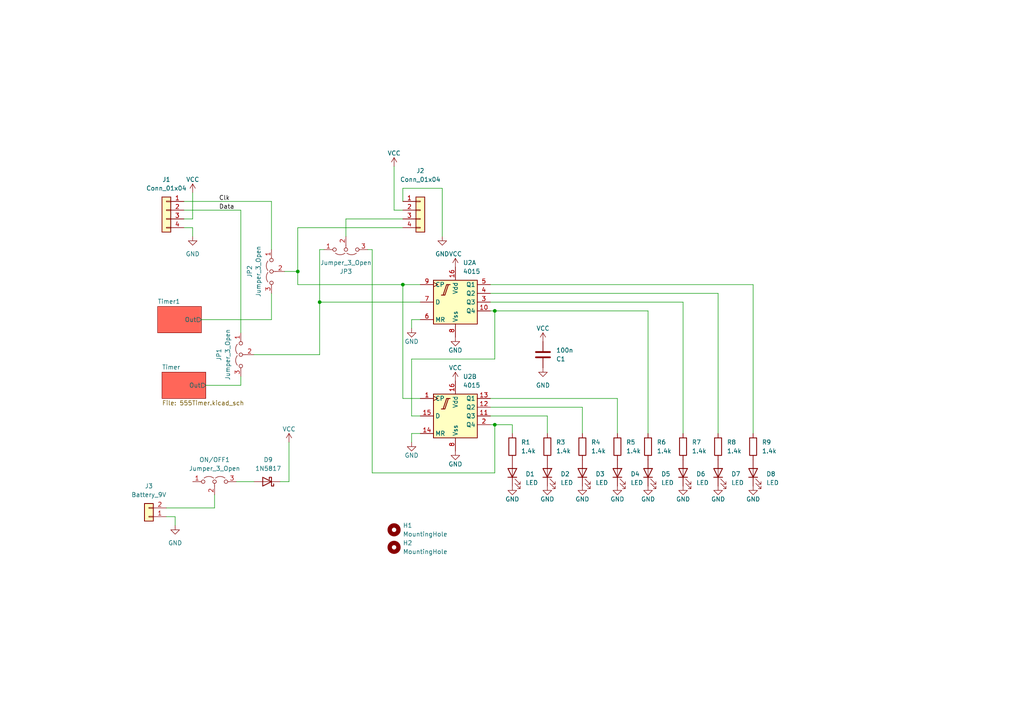
<source format=kicad_sch>
(kicad_sch (version 20230121) (generator eeschema)
  (paper "A4")
  (lib_symbols
    (symbol "4xxx_IEEE:4015"
      (property "Reference" "U" (at 5.08 7.62 0))
      (property "Value" "4015" (at 6.35 -7.62 0))
      (symbol "4015_0_1"
        (polyline (pts (xy -4.064 2.032) (xy -3.048 2.032) (xy -2.032 5.08) (xy -1.524 5.08) (xy -2.54 5.08) (xy -3.556 2.032) (xy -3.556 2.032)) (stroke (width 0.254)) (fill (type background)))
        (rectangle (start 6.35 6.35) (end -6.35 -6.35) (stroke (width 0.254)) (fill (type background)))
        (pin power_in line (at 0 10.16 270) (length 3.81) (name "Vdd") (number "16"))
        (pin power_in line (at 0 -10.16 90) (length 3.81) (name "Vss") (number "8"))
      )
      (symbol "4015_1_1"
        (pin output line (at 10.16 -2.54 180) (length 3.81) (name "Q4") (number "10"))
        (pin output line (at 10.16 0 180) (length 3.81) (name "Q3") (number "3"))
        (pin output line (at 10.16 2.54 180) (length 3.81) (name "Q2") (number "4"))
        (pin output line (at 10.16 5.08 180) (length 3.81) (name "Q1") (number "5"))
        (pin input line (at -10.16 -5.08 0) (length 3.81) (name "MR") (number "6"))
        (pin input line (at -10.16 0 0) (length 3.81) (name "D") (number "7"))
        (pin input clock (at -10.16 5.08 0) (length 3.81) (name "CP") (number "9"))
      )
      (symbol "4015_2_1"
        (pin input clock (at -10.16 5.08 0) (length 3.81) (name "CP") (number "1"))
        (pin output line (at 10.16 0 180) (length 3.81) (name "Q3") (number "11"))
        (pin output line (at 10.16 2.54 180) (length 3.81) (name "Q2") (number "12"))
        (pin output line (at 10.16 5.08 180) (length 3.81) (name "Q1") (number "13"))
        (pin input line (at -10.16 -5.08 0) (length 3.81) (name "MR") (number "14"))
        (pin input line (at -10.16 0 0) (length 3.81) (name "D") (number "15"))
        (pin output line (at 10.16 -2.54 180) (length 3.81) (name "Q4") (number "2"))
      )
    )
    (symbol "Connector_Generic:Conn_01x02" (pin_names (offset 1.016) hide)
      (property "Reference" "J" (at 0 2.54 0))
      (property "Value" "Conn_01x02" (at 0 -5.08 0))
      (symbol "Conn_01x02_1_1"
        (rectangle (start -1.27 -2.413) (end 0 -2.667) (stroke (width 0.1524)))
        (rectangle (start -1.27 0.127) (end 0 -0.127) (stroke (width 0.1524)))
        (rectangle (start -1.27 1.27) (end 1.27 -3.81) (stroke (width 0.254)) (fill (type background)))
        (pin passive line (at -5.08 0 0) (length 3.81) (name "Pin_1") (number "1"))
        (pin passive line (at -5.08 -2.54 0) (length 3.81) (name "Pin_2") (number "2"))
      )
    )
    (symbol "Connector_Generic:Conn_01x04" (pin_names (offset 1.016) hide)
      (property "Reference" "J" (at 0 5.08 0))
      (property "Value" "Conn_01x04" (at 0 -7.62 0))
      (symbol "Conn_01x04_1_1"
        (rectangle (start -1.27 -4.953) (end 0 -5.207) (stroke (width 0.1524)))
        (rectangle (start -1.27 -2.413) (end 0 -2.667) (stroke (width 0.1524)))
        (rectangle (start -1.27 0.127) (end 0 -0.127) (stroke (width 0.1524)))
        (rectangle (start -1.27 2.667) (end 0 2.413) (stroke (width 0.1524)))
        (rectangle (start -1.27 3.81) (end 1.27 -6.35) (stroke (width 0.254)) (fill (type background)))
        (pin passive line (at -5.08 2.54 0) (length 3.81) (name "Pin_1") (number "1"))
        (pin passive line (at -5.08 0 0) (length 3.81) (name "Pin_2") (number "2"))
        (pin passive line (at -5.08 -2.54 0) (length 3.81) (name "Pin_3") (number "3"))
        (pin passive line (at -5.08 -5.08 0) (length 3.81) (name "Pin_4") (number "4"))
      )
    )
    (symbol "Device:C" (pin_numbers hide) (pin_names (offset 0.254))
      (property "Reference" "C" (at 0.635 2.54 0))
      (property "Value" "C" (at 0.635 -2.54 0))
      (symbol "C_0_1"
        (polyline (pts (xy -2.032 -0.762) (xy 2.032 -0.762)) (stroke (width 0.508)))
        (polyline (pts (xy -2.032 0.762) (xy 2.032 0.762)) (stroke (width 0.508)))
      )
      (symbol "C_1_1"
        (pin passive line (at 0 3.81 270) (length 2.794) (name "~") (number "1"))
        (pin passive line (at 0 -3.81 90) (length 2.794) (name "~") (number "2"))
      )
    )
    (symbol "Device:LED" (pin_numbers hide) (pin_names (offset 1.016) hide)
      (property "Reference" "D" (at 0 2.54 0))
      (property "Value" "LED" (at 0 -2.54 0))
      (symbol "LED_0_1"
        (polyline (pts (xy -1.27 -1.27) (xy -1.27 1.27)) (stroke (width 0.254)))
        (polyline (pts (xy -1.27 0) (xy 1.27 0)))
        (polyline (pts (xy 1.27 -1.27) (xy 1.27 1.27) (xy -1.27 0) (xy 1.27 -1.27)) (stroke (width 0.254)))
        (polyline (pts (xy -3.048 -0.762) (xy -4.572 -2.286) (xy -3.81 -2.286) (xy -4.572 -2.286) (xy -4.572 -1.524)))
        (polyline (pts (xy -1.778 -0.762) (xy -3.302 -2.286) (xy -2.54 -2.286) (xy -3.302 -2.286) (xy -3.302 -1.524)))
      )
      (symbol "LED_1_1"
        (pin passive line (at -3.81 0 0) (length 2.54) (name "K") (number "1"))
        (pin passive line (at 3.81 0 180) (length 2.54) (name "A") (number "2"))
      )
    )
    (symbol "Device:R" (pin_numbers hide) (pin_names (offset 0))
      (property "Reference" "R" (at 2.032 0 90))
      (property "Value" "R" (at 0 0 90))
      (symbol "R_0_1"
        (rectangle (start -1.016 -2.54) (end 1.016 2.54) (stroke (width 0.254)))
      )
      (symbol "R_1_1"
        (pin passive line (at 0 3.81 270) (length 1.27) (name "~") (number "1"))
        (pin passive line (at 0 -3.81 90) (length 1.27) (name "~") (number "2"))
      )
    )
    (symbol "Diode:1N5817" (pin_numbers hide) (pin_names (offset 1.016) hide)
      (property "Reference" "D" (at 0 2.54 0))
      (property "Value" "1N5817" (at 0 -2.54 0))
      (symbol "1N5817_0_1"
        (polyline (pts (xy 1.27 0) (xy -1.27 0)))
        (polyline (pts (xy 1.27 1.27) (xy 1.27 -1.27) (xy -1.27 0) (xy 1.27 1.27)) (stroke (width 0.254)))
        (polyline (pts (xy -1.905 0.635) (xy -1.905 1.27) (xy -1.27 1.27) (xy -1.27 -1.27) (xy -0.635 -1.27) (xy -0.635 -0.635)) (stroke (width 0.254)))
      )
      (symbol "1N5817_1_1"
        (pin passive line (at -3.81 0 0) (length 2.54) (name "K") (number "1"))
        (pin passive line (at 3.81 0 180) (length 2.54) (name "A") (number "2"))
      )
    )
    (symbol "Jumper:Jumper_3_Open" (pin_names (offset 0) hide)
      (property "Reference" "JP" (at -2.54 -2.54 0))
      (property "Value" "Jumper_3_Open" (at 0 2.794 0))
      (symbol "Jumper_3_Open_0_0"
        (circle (center -3.302 0) (radius 0.508))
        (circle (center 0 0) (radius 0.508))
        (circle (center 3.302 0) (radius 0.508))
      )
      (symbol "Jumper_3_Open_0_1"
        (arc (start -0.254 1.016) (mid -1.651 1.4992) (end -3.048 1.016))
        (polyline (pts (xy 0 -0.508) (xy 0 -1.27)))
        (arc (start 3.048 1.016) (mid 1.651 1.4992) (end 0.254 1.016))
      )
      (symbol "Jumper_3_Open_1_1"
        (pin passive line (at -6.35 0 0) (length 2.54) (name "A") (number "1"))
        (pin passive line (at 0 -3.81 90) (length 2.54) (name "C") (number "2"))
        (pin passive line (at 6.35 0 180) (length 2.54) (name "B") (number "3"))
      )
    )
    (symbol "Mechanical:MountingHole" (pin_names (offset 1.016))
      (property "Reference" "H" (at 0 5.08 0))
      (property "Value" "MountingHole" (at 0 3.175 0))
      (symbol "MountingHole_0_1"
        (circle (center 0 0) (radius 1.27) (stroke (width 1.27)))
      )
    )
    (symbol "power:GND" (power) (pin_names (offset 0))
      (property "Value" "GND" (at 0 -3.81 0))
      (symbol "GND_0_1"
        (polyline (pts (xy 0 0) (xy 0 -1.27) (xy 1.27 -1.27) (xy 0 -2.54) (xy -1.27 -1.27) (xy 0 -1.27)))
      )
      (symbol "GND_1_1"
        (pin power_in line (at 0 0 270) (length 0) hide (name "GND") (number "1"))
      )
    )
    (symbol "power:VCC" (power) (pin_names (offset 0))
      (property "Value" "VCC" (at 0 3.81 0))
      (symbol "VCC_0_1"
        (polyline (pts (xy -0.762 1.27) (xy 0 2.54)))
        (polyline (pts (xy 0 0) (xy 0 2.54)))
        (polyline (pts (xy 0 2.54) (xy 0.762 1.27)))
      )
      (symbol "VCC_1_1"
        (pin power_in line (at 0 0 90) (length 0) hide (name "VCC") (number "1"))
      )
    )
  )
  (junction (at 116.84 82.55))
  (junction (at 86.36 78.74))
  (junction (at 92.71 87.63))
  (junction (at 143.51 90.17))
  (junction (at 143.51 123.19))
  (wire (pts (xy 48.26 149.86) (xy 50.8 149.86)))
  (wire (pts (xy 69.85 111.76) (xy 69.85 109.22)))
  (wire (pts (xy 142.24 115.57) (xy 179.07 115.57)))
  (wire (pts (xy 59.69 111.76) (xy 69.85 111.76)))
  (wire (pts (xy 119.38 120.65) (xy 121.92 120.65)))
  (wire (pts (xy 78.74 58.42) (xy 78.74 72.39)))
  (wire (pts (xy 116.84 115.57) (xy 121.92 115.57)))
  (wire (pts (xy 119.38 125.73) (xy 121.92 125.73)))
  (wire (pts (xy 116.84 66.04) (xy 86.36 66.04)))
  (wire (pts (xy 100.33 63.5) (xy 116.84 63.5)))
  (wire (pts (xy 86.36 82.55) (xy 116.84 82.55)))
  (wire (pts (xy 142.24 90.17) (xy 143.51 90.17)))
  (wire (pts (xy 107.95 72.39) (xy 106.68 72.39)))
  (wire (pts (xy 119.38 95.25) (xy 119.38 92.71)))
  (wire (pts (xy 114.3 60.96) (xy 116.84 60.96)))
  (wire (pts (xy 143.51 123.19) (xy 143.51 137.16)))
  (wire (pts (xy 107.95 137.16) (xy 107.95 72.39)))
  (wire (pts (xy 116.84 82.55) (xy 116.84 115.57)))
  (wire (pts (xy 81.28 139.7) (xy 83.82 139.7)))
  (wire (pts (xy 142.24 85.09) (xy 208.28 85.09)))
  (wire (pts (xy 100.33 68.58) (xy 100.33 63.5)))
  (wire (pts (xy 86.36 78.74) (xy 86.36 82.55)))
  (wire (pts (xy 119.38 104.14) (xy 119.38 120.65)))
  (wire (pts (xy 82.55 78.74) (xy 86.36 78.74)))
  (wire (pts (xy 179.07 125.73) (xy 179.07 115.57)))
  (wire (pts (xy 78.74 92.71) (xy 78.74 85.09)))
  (wire (pts (xy 168.91 118.11) (xy 168.91 125.73)))
  (wire (pts (xy 142.24 120.65) (xy 158.75 120.65)))
  (wire (pts (xy 128.27 68.58) (xy 128.27 54.61)))
  (wire (pts (xy 53.34 60.96) (xy 69.85 60.96)))
  (wire (pts (xy 143.51 90.17) (xy 187.96 90.17)))
  (wire (pts (xy 142.24 118.11) (xy 168.91 118.11)))
  (wire (pts (xy 218.44 125.73) (xy 218.44 82.55)))
  (wire (pts (xy 148.59 123.19) (xy 148.59 125.73)))
  (wire (pts (xy 142.24 87.63) (xy 198.12 87.63)))
  (wire (pts (xy 62.23 147.32) (xy 62.23 143.51)))
  (wire (pts (xy 55.88 66.04) (xy 53.34 66.04)))
  (wire (pts (xy 142.24 123.19) (xy 143.51 123.19)))
  (wire (pts (xy 68.58 139.7) (xy 73.66 139.7)))
  (wire (pts (xy 198.12 125.73) (xy 198.12 87.63)))
  (wire (pts (xy 116.84 54.61) (xy 116.84 58.42)))
  (wire (pts (xy 119.38 128.27) (xy 119.38 125.73)))
  (wire (pts (xy 55.88 68.58) (xy 55.88 66.04)))
  (wire (pts (xy 143.51 90.17) (xy 143.51 104.14)))
  (wire (pts (xy 50.8 149.86) (xy 50.8 152.4)))
  (wire (pts (xy 92.71 102.87) (xy 92.71 87.63)))
  (wire (pts (xy 208.28 125.73) (xy 208.28 85.09)))
  (wire (pts (xy 92.71 87.63) (xy 121.92 87.63)))
  (wire (pts (xy 86.36 66.04) (xy 86.36 78.74)))
  (wire (pts (xy 83.82 139.7) (xy 83.82 128.27)))
  (wire (pts (xy 158.75 120.65) (xy 158.75 125.73)))
  (wire (pts (xy 143.51 123.19) (xy 148.59 123.19)))
  (wire (pts (xy 187.96 125.73) (xy 187.96 90.17)))
  (wire (pts (xy 58.42 92.71) (xy 78.74 92.71)))
  (wire (pts (xy 142.24 82.55) (xy 218.44 82.55)))
  (wire (pts (xy 143.51 104.14) (xy 119.38 104.14)))
  (wire (pts (xy 92.71 72.39) (xy 92.71 87.63)))
  (wire (pts (xy 48.26 147.32) (xy 62.23 147.32)))
  (wire (pts (xy 107.95 137.16) (xy 143.51 137.16)))
  (wire (pts (xy 73.66 102.87) (xy 92.71 102.87)))
  (wire (pts (xy 55.88 55.88) (xy 55.88 63.5)))
  (wire (pts (xy 69.85 60.96) (xy 69.85 96.52)))
  (wire (pts (xy 121.92 82.55) (xy 116.84 82.55)))
  (wire (pts (xy 114.3 48.26) (xy 114.3 60.96)))
  (wire (pts (xy 119.38 92.71) (xy 121.92 92.71)))
  (wire (pts (xy 55.88 63.5) (xy 53.34 63.5)))
  (wire (pts (xy 53.34 58.42) (xy 78.74 58.42)))
  (wire (pts (xy 92.71 72.39) (xy 93.98 72.39)))
  (wire (pts (xy 128.27 54.61) (xy 116.84 54.61)))
  (label "Data" (at 63.5 60.96 0))
  (label "Clk" (at 63.5 58.42 0))
  (symbol (lib_id "Device:R") (at 198.12 129.54 0) (unit 1)
    (property "Reference" "R7" (at 200.66 128.27 0) (effects (justify left)))
    (property "Value" "1.4k" (at 200.66 130.81 0) (effects (justify left)))
    (property "Footprint" "Resistor_THT:R_Axial_DIN0207_L6.3mm_D2.5mm_P7.62mm_Horizontal" (effects hide))
  )
  (symbol (lib_id "Device:C") (at 157.48 102.87 0) (mirror x) (unit 1)
    (property "Reference" "C1" (at 161.29 104.14 0) (effects (justify left)))
    (property "Value" "100n" (at 161.29 101.6 0) (effects (justify left)))
    (property "Footprint" "Capacitor_THT:C_Disc_D5.0mm_W2.5mm_P5.00mm" (effects hide))
  )
  (symbol (lib_id "Device:LED") (at 148.59 137.16 90) (unit 1)
    (property "Reference" "D1" (at 152.4 137.4775 90) (effects (justify right)))
    (property "Value" "LED" (at 152.4 140.0175 90) (effects (justify right)))
    (property "Footprint" "LED_THT:LED_D5.0mm" (effects hide))
  )
  (symbol (lib_id "power:GND") (at 218.44 140.97 0) (unit 1)
    (property "Reference" "#PWR018" (effects hide))
    (property "Value" "GND" (at 218.44 144.78 0))
  )
  (symbol (lib_id "power:GND") (at 157.48 106.68 0) (unit 1)
    (property "Reference" "#PWR03" (effects hide))
    (property "Value" "GND" (at 157.48 111.76 0))
  )
  (symbol (lib_id "Mechanical:MountingHole") (at 114.3 153.67 0) (unit 1)
    (property "Reference" "H1" (at 116.84 152.4 0) (effects (justify left)))
    (property "Value" "MountingHole" (at 116.84 154.94 0) (effects (justify left)))
    (property "Footprint" "MountingHole:MountingHole_2.2mm_M2" (effects hide))
  )
  (symbol (lib_id "power:VCC") (at 157.48 99.06 0) (unit 1)
    (property "Reference" "#PWR01" (effects hide))
    (property "Value" "VCC" (at 157.48 95.25 0))
  )
  (symbol (lib_id "Device:R") (at 148.59 129.54 0) (unit 1)
    (property "Reference" "R1" (at 151.13 128.27 0) (effects (justify left)))
    (property "Value" "1.4k" (at 151.13 130.81 0) (effects (justify left)))
    (property "Footprint" "Resistor_THT:R_Axial_DIN0207_L6.3mm_D2.5mm_P7.62mm_Horizontal" (effects hide))
  )
  (symbol (lib_id "power:GND") (at 132.08 97.79 0) (unit 1)
    (property "Reference" "#PWR017" (effects hide))
    (property "Value" "GND" (at 132.08 101.6 0))
  )
  (symbol (lib_id "Device:R") (at 218.44 129.54 0) (unit 1)
    (property "Reference" "R9" (at 220.98 128.27 0) (effects (justify left)))
    (property "Value" "1.4k" (at 220.98 130.81 0) (effects (justify left)))
    (property "Footprint" "Resistor_THT:R_Axial_DIN0207_L6.3mm_D2.5mm_P7.62mm_Horizontal" (effects hide))
  )
  (symbol (lib_id "power:VCC") (at 55.88 55.88 0) (unit 1)
    (property "Reference" "#PWR031" (effects hide))
    (property "Value" "VCC" (at 55.88 52.07 0))
  )
  (symbol (lib_id "4xxx_IEEE:4015") (at 132.08 120.65 0) (unit 2)
    (property "Reference" "U2" (at 134.2741 109.22 0) (effects (justify left)))
    (property "Value" "4015" (at 134.2741 111.76 0) (effects (justify left)))
    (property "Footprint" "Package_DIP:DIP-16_W7.62mm_LongPads" (effects hide))
  )
  (symbol (lib_id "power:GND") (at 50.8 152.4 0) (unit 1)
    (property "Reference" "#PWR028" (effects hide))
    (property "Value" "GND" (at 50.8 157.48 0))
  )
  (symbol (lib_id "power:GND") (at 119.38 95.25 0) (unit 1)
    (property "Reference" "#PWR034" (effects hide))
    (property "Value" "GND" (at 119.38 99.06 0))
  )
  (symbol (lib_id "Device:LED") (at 158.75 137.16 90) (unit 1)
    (property "Reference" "D2" (at 162.56 137.4775 90) (effects (justify right)))
    (property "Value" "LED" (at 162.56 140.0175 90) (effects (justify right)))
    (property "Footprint" "LED_THT:LED_D5.0mm" (effects hide))
  )
  (symbol (lib_id "power:VCC") (at 132.08 110.49 0) (unit 1)
    (property "Reference" "#PWR033" (effects hide))
    (property "Value" "VCC" (at 132.08 106.68 0))
  )
  (symbol (lib_id "Device:LED") (at 187.96 137.16 90) (unit 1)
    (property "Reference" "D5" (at 191.77 137.4775 90) (effects (justify right)))
    (property "Value" "LED" (at 191.77 140.0175 90) (effects (justify right)))
    (property "Footprint" "LED_THT:LED_D5.0mm" (effects hide))
  )
  (symbol (lib_id "Device:R") (at 168.91 129.54 0) (unit 1)
    (property "Reference" "R4" (at 171.45 128.27 0) (effects (justify left)))
    (property "Value" "1.4k" (at 171.45 130.81 0) (effects (justify left)))
    (property "Footprint" "Resistor_THT:R_Axial_DIN0207_L6.3mm_D2.5mm_P7.62mm_Horizontal" (effects hide))
  )
  (symbol (lib_id "Device:R") (at 179.07 129.54 0) (unit 1)
    (property "Reference" "R5" (at 181.61 128.27 0) (effects (justify left)))
    (property "Value" "1.4k" (at 181.61 130.81 0) (effects (justify left)))
    (property "Footprint" "Resistor_THT:R_Axial_DIN0207_L6.3mm_D2.5mm_P7.62mm_Horizontal" (effects hide))
  )
  (symbol (lib_id "Device:LED") (at 179.07 137.16 90) (unit 1)
    (property "Reference" "D4" (at 182.88 137.4775 90) (effects (justify right)))
    (property "Value" "LED" (at 182.88 140.0175 90) (effects (justify right)))
    (property "Footprint" "LED_THT:LED_D5.0mm" (effects hide))
  )
  (symbol (lib_id "Device:LED") (at 198.12 137.16 90) (unit 1)
    (property "Reference" "D6" (at 201.93 137.4775 90) (effects (justify right)))
    (property "Value" "LED" (at 201.93 140.0175 90) (effects (justify right)))
    (property "Footprint" "LED_THT:LED_D5.0mm" (effects hide))
  )
  (symbol (lib_id "power:GND") (at 158.75 140.97 0) (unit 1)
    (property "Reference" "#PWR024" (effects hide))
    (property "Value" "GND" (at 158.75 144.78 0))
  )
  (symbol (lib_id "Jumper:Jumper_3_Open") (at 100.33 72.39 0) (mirror x) (unit 1)
    (property "Reference" "JP3" (at 100.33 78.74 0))
    (property "Value" "Jumper_3_Open" (at 100.33 76.2 0))
    (property "Footprint" "Connector_PinHeader_2.54mm:PinHeader_1x03_P2.54mm_Vertical" (effects hide))
  )
  (symbol (lib_id "Device:LED") (at 168.91 137.16 90) (unit 1)
    (property "Reference" "D3" (at 172.72 137.4775 90) (effects (justify right)))
    (property "Value" "LED" (at 172.72 140.0175 90) (effects (justify right)))
    (property "Footprint" "LED_THT:LED_D5.0mm" (effects hide))
  )
  (symbol (lib_id "Connector_Generic:Conn_01x04") (at 48.26 60.96 0) (mirror y) (unit 1)
    (property "Reference" "J1" (at 48.26 52.07 0))
    (property "Value" "Conn_01x04" (at 48.26 54.61 0))
    (property "Footprint" "Connector_JST:JST_XH_S4B-XH-A_1x04_P2.50mm_Horizontal" (effects hide))
  )
  (symbol (lib_id "power:VCC") (at 132.08 77.47 0) (unit 1)
    (property "Reference" "#PWR05" (effects hide))
    (property "Value" "VCC" (at 132.08 73.66 0))
  )
  (symbol (lib_id "power:GND") (at 187.96 140.97 0) (unit 1)
    (property "Reference" "#PWR021" (effects hide))
    (property "Value" "GND" (at 187.96 144.78 0))
  )
  (symbol (lib_id "power:GND") (at 198.12 140.97 0) (unit 1)
    (property "Reference" "#PWR020" (effects hide))
    (property "Value" "GND" (at 198.12 144.78 0))
  )
  (symbol (lib_id "power:VCC") (at 114.3 48.26 0) (unit 1)
    (property "Reference" "#PWR030" (effects hide))
    (property "Value" "VCC" (at 114.3 44.45 0))
  )
  (symbol (lib_id "power:GND") (at 55.88 68.58 0) (unit 1)
    (property "Reference" "#PWR026" (effects hide))
    (property "Value" "GND" (at 55.88 73.66 0))
  )
  (symbol (lib_id "Device:R") (at 158.75 129.54 0) (unit 1)
    (property "Reference" "R3" (at 161.29 128.27 0) (effects (justify left)))
    (property "Value" "1.4k" (at 161.29 130.81 0) (effects (justify left)))
    (property "Footprint" "Resistor_THT:R_Axial_DIN0207_L6.3mm_D2.5mm_P7.62mm_Horizontal" (effects hide))
  )
  (symbol (lib_id "Jumper:Jumper_3_Open") (at 69.85 102.87 90) (mirror x) (unit 1)
    (property "Reference" "JP1" (at 63.5 102.87 0))
    (property "Value" "Jumper_3_Open" (at 66.04 102.87 0))
    (property "Footprint" "Connector_PinHeader_2.54mm:PinHeader_1x03_P2.54mm_Vertical" (effects hide))
  )
  (symbol (lib_id "Device:R") (at 208.28 129.54 0) (unit 1)
    (property "Reference" "R8" (at 210.82 128.27 0) (effects (justify left)))
    (property "Value" "1.4k" (at 210.82 130.81 0) (effects (justify left)))
    (property "Footprint" "Resistor_THT:R_Axial_DIN0207_L6.3mm_D2.5mm_P7.62mm_Horizontal" (effects hide))
  )
  (symbol (lib_id "power:GND") (at 179.07 140.97 0) (unit 1)
    (property "Reference" "#PWR022" (effects hide))
    (property "Value" "GND" (at 179.07 144.78 0))
  )
  (symbol (lib_id "4xxx_IEEE:4015") (at 132.08 87.63 0) (unit 1)
    (property "Reference" "U2" (at 134.2741 76.2 0) (effects (justify left)))
    (property "Value" "4015" (at 134.2741 78.74 0) (effects (justify left)))
    (property "Footprint" "Package_DIP:DIP-16_W7.62mm_LongPads" (effects hide))
  )
  (symbol (lib_id "Device:R") (at 187.96 129.54 0) (unit 1)
    (property "Reference" "R6" (at 190.5 128.27 0) (effects (justify left)))
    (property "Value" "1.4k" (at 190.5 130.81 0) (effects (justify left)))
    (property "Footprint" "Resistor_THT:R_Axial_DIN0207_L6.3mm_D2.5mm_P7.62mm_Horizontal" (effects hide))
  )
  (symbol (lib_id "power:GND") (at 132.08 130.81 0) (unit 1)
    (property "Reference" "#PWR032" (effects hide))
    (property "Value" "GND" (at 132.08 134.62 0))
  )
  (symbol (lib_id "power:GND") (at 119.38 128.27 0) (unit 1)
    (property "Reference" "#PWR035" (effects hide))
    (property "Value" "GND" (at 119.38 132.08 0))
  )
  (symbol (lib_id "power:GND") (at 208.28 140.97 0) (unit 1)
    (property "Reference" "#PWR019" (effects hide))
    (property "Value" "GND" (at 208.28 144.78 0))
  )
  (symbol (lib_id "Diode:1N5817") (at 77.47 139.7 180) (unit 1)
    (property "Reference" "D9" (at 77.7875 133.35 0))
    (property "Value" "1N5817" (at 77.7875 135.89 0))
    (property "Footprint" "Diode_THT:D_DO-41_SOD81_P10.16mm_Horizontal" (effects hide))
    (property "Datasheet" "http://www.vishay.com/docs/88525/1n5817.pdf" (effects hide))
  )
  (symbol (lib_id "Jumper:Jumper_3_Open") (at 78.74 78.74 90) (mirror x) (unit 1)
    (property "Reference" "JP2" (at 72.39 78.74 0))
    (property "Value" "Jumper_3_Open" (at 74.93 78.74 0))
    (property "Footprint" "Connector_PinHeader_2.54mm:PinHeader_1x03_P2.54mm_Vertical" (effects hide))
  )
  (symbol (lib_id "Device:LED") (at 208.28 137.16 90) (unit 1)
    (property "Reference" "D7" (at 212.09 137.4775 90) (effects (justify right)))
    (property "Value" "LED" (at 212.09 140.0175 90) (effects (justify right)))
    (property "Footprint" "LED_THT:LED_D5.0mm" (effects hide))
  )
  (symbol (lib_id "Device:LED") (at 218.44 137.16 90) (unit 1)
    (property "Reference" "D8" (at 222.25 137.4775 90) (effects (justify right)))
    (property "Value" "LED" (at 222.25 140.0175 90) (effects (justify right)))
    (property "Footprint" "LED_THT:LED_D5.0mm" (effects hide))
  )
  (symbol (lib_id "Connector_Generic:Conn_01x04") (at 121.92 60.96 0) (unit 1)
    (property "Reference" "J2" (at 121.92 49.53 0))
    (property "Value" "Conn_01x04" (at 121.92 52.07 0))
    (property "Footprint" "Connector_JST:JST_XH_S4B-XH-A_1x04_P2.50mm_Horizontal" (effects hide))
  )
  (symbol (lib_id "power:VCC") (at 83.82 128.27 0) (unit 1)
    (property "Reference" "#PWR04" (effects hide))
    (property "Value" "VCC" (at 83.82 124.46 0))
  )
  (symbol (lib_id "Connector_Generic:Conn_01x02") (at 43.18 149.86 180) (unit 1)
    (property "Reference" "J3" (at 43.18 140.97 0))
    (property "Value" "Battery_9V" (at 43.18 143.51 0))
    (property "Footprint" "Connector_PinHeader_2.54mm:PinHeader_1x02_P2.54mm_Vertical" (effects hide))
  )
  (symbol (lib_id "power:GND") (at 148.59 140.97 0) (unit 1)
    (property "Reference" "#PWR025" (effects hide))
    (property "Value" "GND" (at 148.59 144.78 0))
  )
  (symbol (lib_id "Jumper:Jumper_3_Open") (at 62.23 139.7 0) (unit 1)
    (property "Reference" "ON/OFF1" (at 62.23 133.35 0))
    (property "Value" "Jumper_3_Open" (at 62.23 135.89 0))
    (property "Footprint" "Connector_PinHeader_2.54mm:PinHeader_1x03_P2.54mm_Vertical" (effects hide))
  )
  (symbol (lib_id "power:GND") (at 168.91 140.97 0) (unit 1)
    (property "Reference" "#PWR023" (effects hide))
    (property "Value" "GND" (at 168.91 144.78 0))
  )
  (symbol (lib_id "Mechanical:MountingHole") (at 114.3 158.75 0) (unit 1)
    (property "Reference" "H2" (at 116.84 157.48 0) (effects (justify left)))
    (property "Value" "MountingHole" (at 116.84 160.02 0) (effects (justify left)))
    (property "Footprint" "MountingHole:MountingHole_2.2mm_M2" (effects hide))
  )
  (symbol (lib_id "power:GND") (at 128.27 68.58 0) (unit 1)
    (property "Reference" "#PWR027" (effects hide))
    (property "Value" "GND" (at 128.27 73.66 0))
  )
  (sheet (at 45.72 88.9) (size 12.7 7.62) (stroke (width 0.1524)) (fill (color 255 102 89 1.0000))
    (property "Sheetname" "Timer1" (at 45.72 88.1884 0) (effects (justify left bottom)))
    (property "Sheetfile" "555Timer.kicad_sch" (effects hide))
    (pin "Out" output (at 58.42 92.71 0))
  )
  (sheet (at 46.99 107.95) (size 12.7 7.62) (stroke (width 0.1524)) (fill (color 255 102 89 1.0000))
    (property "Sheetname" "Timer" (at 46.99 107.2384 0) (effects (justify left bottom)))
    (property "Sheetfile" "555Timer.kicad_sch" (at 46.99 116.1546 0) (effects (justify left top)))
    (pin "Out" output (at 59.69 111.76 0))
  )
)
</source>
